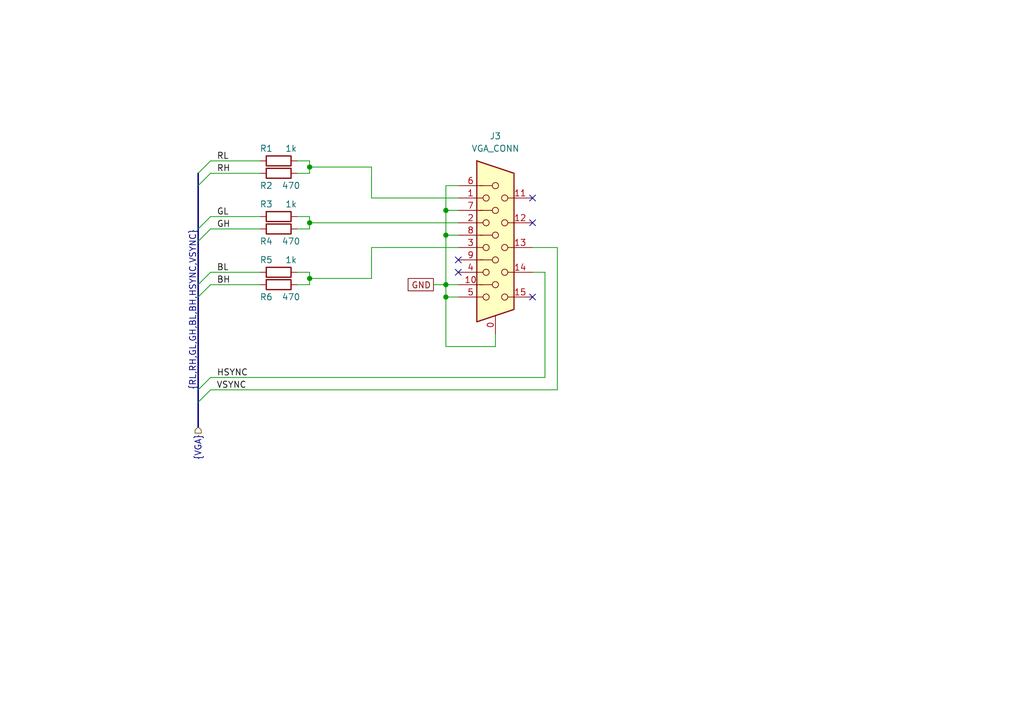
<source format=kicad_sch>
(kicad_sch (version 20231120) (generator "eeschema") (generator_version "8.0")
  (paper "A5")
  (title_block (title "VGA driver video output") (date "2024-03-23") (rev "1"))
  (lib_symbols
    (symbol "Connector:DE15_Receptacle_HighDensity_MountingHoles" (pin_names (offset 1.016) hide)
      (property "Reference" "J" (at 0 21.59 0))
      (property "Value" "DE15_Receptacle_HighDensity_MountingHoles" (at 0 19.05 0))
      (symbol "DE15_Receptacle_HighDensity_MountingHoles_0_1"
        (circle (center -1.905 -10.16) (radius 0.635))
        (circle (center -1.905 -5.08) (radius 0.635))
        (circle (center -1.905 0) (radius 0.635))
        (circle (center -1.905 5.08) (radius 0.635))
        (circle (center -1.905 10.16) (radius 0.635))
        (circle (center 0 -7.62) (radius 0.635))
        (circle (center 0 -2.54) (radius 0.635))
        (polyline (pts (xy -3.175 7.62) (xy -0.635 7.62)))
        (polyline (pts (xy -0.635 -7.62) (xy -3.175 -7.62)))
        (polyline (pts (xy -0.635 -2.54) (xy -3.175 -2.54)))
        (polyline (pts (xy -0.635 2.54) (xy -3.175 2.54)))
        (polyline (pts (xy -0.635 12.7) (xy -3.175 12.7)))
        (polyline (pts (xy -3.81 17.78) (xy -3.81 -15.24) (xy 3.81 -12.7) (xy 3.81 15.24) (xy -3.81 17.78)) (stroke (width 0.254)) (fill (type background)))
        (circle (center 0 2.54) (radius 0.635))
        (circle (center 0 7.62) (radius 0.635))
        (circle (center 0 12.7) (radius 0.635))
        (circle (center 1.905 -10.16) (radius 0.635))
        (circle (center 1.905 -5.08) (radius 0.635))
        (circle (center 1.905 0) (radius 0.635))
        (circle (center 1.905 5.08) (radius 0.635))
        (circle (center 1.905 10.16) (radius 0.635))
      )
      (symbol "DE15_Receptacle_HighDensity_MountingHoles_1_1"
        (pin passive line (at 0 -17.78 90) (length 3.81) (name "~") (number "0"))
        (pin passive line (at -7.62 10.16 0) (length 5.08) (name "~") (number "1"))
        (pin passive line (at -7.62 -7.62 0) (length 5.08) (name "~") (number "10"))
        (pin passive line (at 7.62 10.16 180) (length 5.08) (name "~") (number "11"))
        (pin passive line (at 7.62 5.08 180) (length 5.08) (name "~") (number "12"))
        (pin passive line (at 7.62 0 180) (length 5.08) (name "~") (number "13"))
        (pin passive line (at 7.62 -5.08 180) (length 5.08) (name "~") (number "14"))
        (pin passive line (at 7.62 -10.16 180) (length 5.08) (name "~") (number "15"))
        (pin passive line (at -7.62 5.08 0) (length 5.08) (name "~") (number "2"))
        (pin passive line (at -7.62 0 0) (length 5.08) (name "~") (number "3"))
        (pin passive line (at -7.62 -5.08 0) (length 5.08) (name "~") (number "4"))
        (pin passive line (at -7.62 -10.16 0) (length 5.08) (name "~") (number "5"))
        (pin passive line (at -7.62 12.7 0) (length 5.08) (name "~") (number "6"))
        (pin passive line (at -7.62 7.62 0) (length 5.08) (name "~") (number "7"))
        (pin passive line (at -7.62 2.54 0) (length 5.08) (name "~") (number "8"))
        (pin passive line (at -7.62 -2.54 0) (length 5.08) (name "~") (number "9"))
      )
    )
    (symbol "Device:R" (pin_numbers hide) (pin_names (offset 0))
      (property "Reference" "R" (at 2.032 0 90))
      (property "Value" "R" (at 0 0 90))
      (symbol "R_0_1"
        (rectangle (start -1.016 -2.54) (end 1.016 2.54) (stroke (width 0.254)))
      )
      (symbol "R_1_1"
        (pin passive line (at 0 3.81 270) (length 1.27) (name "~") (number "1"))
        (pin passive line (at 0 -3.81 90) (length 1.27) (name "~") (number "2"))
      )
    )
  )
  (bus_alias "VGA" (members "RL" "RH" "GL" "GH" "BL" "BH" "HSYNC" "VSYNC"))
  (junction (at 91.44 43.18))
  (junction (at 91.44 58.42))
  (junction (at 91.44 48.26))
  (junction (at 63.5 57.15))
  (junction (at 63.5 34.29))
  (junction (at 91.44 60.96))
  (junction (at 63.5 45.72))
  (no_connect (at 109.22 60.96))
  (no_connect (at 109.22 40.64))
  (no_connect (at 93.98 53.34))
  (no_connect (at 109.22 45.72))
  (no_connect (at 93.98 55.88))
  (bus_entry (at 40.64 35.56) (size 2.54 -2.54))
  (bus_entry (at 40.64 58.42) (size 2.54 -2.54))
  (bus_entry (at 40.64 46.99) (size 2.54 -2.54))
  (bus_entry (at 40.64 82.55) (size 2.54 -2.54))
  (bus_entry (at 40.64 38.1) (size 2.54 -2.54))
  (bus_entry (at 40.64 49.53) (size 2.54 -2.54))
  (bus_entry (at 40.64 60.96) (size 2.54 -2.54))
  (bus_entry (at 40.64 80.01) (size 2.54 -2.54))
  (wire (pts (xy 76.2 40.64) (xy 76.2 34.29)))
  (wire (pts (xy 43.18 80.01) (xy 114.3 80.01)))
  (wire (pts (xy 63.5 58.42) (xy 63.5 57.15)))
  (bus (pts (xy 40.64 38.1) (xy 40.64 46.99)))
  (wire (pts (xy 109.22 50.8) (xy 114.3 50.8)))
  (wire (pts (xy 43.18 58.42) (xy 53.34 58.42)))
  (wire (pts (xy 60.96 46.99) (xy 63.5 46.99)))
  (bus (pts (xy 40.64 80.01) (xy 40.64 82.55)))
  (bus (pts (xy 40.64 46.99) (xy 40.64 49.53)))
  (wire (pts (xy 63.5 57.15) (xy 76.2 57.15)))
  (wire (pts (xy 88.9 58.42) (xy 91.44 58.42)))
  (wire (pts (xy 60.96 35.56) (xy 63.5 35.56)))
  (wire (pts (xy 76.2 57.15) (xy 76.2 50.8)))
  (bus (pts (xy 40.64 35.56) (xy 40.64 38.1)))
  (wire (pts (xy 43.18 46.99) (xy 53.34 46.99)))
  (wire (pts (xy 76.2 50.8) (xy 93.98 50.8)))
  (wire (pts (xy 63.5 46.99) (xy 63.5 45.72)))
  (wire (pts (xy 101.6 71.12) (xy 91.44 71.12)))
  (wire (pts (xy 91.44 71.12) (xy 91.44 60.96)))
  (wire (pts (xy 63.5 35.56) (xy 63.5 34.29)))
  (wire (pts (xy 91.44 48.26) (xy 93.98 48.26)))
  (bus (pts (xy 40.64 49.53) (xy 40.64 58.42)))
  (bus (pts (xy 40.64 58.42) (xy 40.64 60.96)))
  (wire (pts (xy 60.96 58.42) (xy 63.5 58.42)))
  (wire (pts (xy 43.18 55.88) (xy 53.34 55.88)))
  (wire (pts (xy 43.18 77.47) (xy 111.76 77.47)))
  (wire (pts (xy 93.98 60.96) (xy 91.44 60.96)))
  (wire (pts (xy 63.5 44.45) (xy 60.96 44.45)))
  (wire (pts (xy 63.5 57.15) (xy 63.5 55.88)))
  (bus (pts (xy 40.64 82.55) (xy 40.64 87.63)))
  (wire (pts (xy 114.3 50.8) (xy 114.3 80.01)))
  (wire (pts (xy 63.5 45.72) (xy 93.98 45.72)))
  (wire (pts (xy 63.5 34.29) (xy 76.2 34.29)))
  (wire (pts (xy 101.6 68.58) (xy 101.6 71.12)))
  (wire (pts (xy 91.44 38.1) (xy 91.44 43.18)))
  (wire (pts (xy 93.98 38.1) (xy 91.44 38.1)))
  (wire (pts (xy 109.22 55.88) (xy 111.76 55.88)))
  (wire (pts (xy 63.5 34.29) (xy 63.5 33.02)))
  (bus (pts (xy 40.64 60.96) (xy 40.64 80.01)))
  (wire (pts (xy 91.44 48.26) (xy 91.44 58.42)))
  (wire (pts (xy 43.18 35.56) (xy 53.34 35.56)))
  (wire (pts (xy 91.44 43.18) (xy 93.98 43.18)))
  (wire (pts (xy 63.5 45.72) (xy 63.5 44.45)))
  (wire (pts (xy 43.18 33.02) (xy 53.34 33.02)))
  (wire (pts (xy 91.44 58.42) (xy 93.98 58.42)))
  (wire (pts (xy 63.5 33.02) (xy 60.96 33.02)))
  (wire (pts (xy 111.76 77.47) (xy 111.76 55.88)))
  (wire (pts (xy 91.44 43.18) (xy 91.44 48.26)))
  (wire (pts (xy 91.44 60.96) (xy 91.44 58.42)))
  (wire (pts (xy 63.5 55.88) (xy 60.96 55.88)))
  (wire (pts (xy 76.2 40.64) (xy 93.98 40.64)))
  (wire (pts (xy 43.18 44.45) (xy 53.34 44.45)))
  (label "RH" (at 44.45 35.56 0))
  (label "BL" (at 44.45 55.88 0))
  (label "HSYNC" (at 44.45 77.47 0))
  (label "VSYNC" (at 44.3801 80.01 0))
  (label "GH" (at 44.45 46.99 0))
  (label "RL" (at 44.45 33.02 0))
  (label "GL" (at 44.45 44.45 0))
  (label "BH" (at 44.45 58.42 0))
  (label "{RL,RH,GL,GH,BL,BH,HSYNC,VSYNC}" (at 40.64 80.01 90))
  (global_label "GND" (shape passive) (at 88.9 58.42 180) (property "Intersheetrefs" "${INTERSHEET_REFS}" (effects (hide yes))))
  (hierarchical_label "{VGA}" (shape input) (at 40.64 87.63 270))
  (symbol (lib_id "Device:R") (at 57.15 44.45 90) (unit 1)
    (property "Reference" "R3" (at 54.61 41.91 90))
    (property "Value" "1k" (at 59.69 41.91 90))
    (property "Footprint" "Resistor_SMD:R_0805_2012Metric_Pad1.20x1.40mm_HandSolder" (effects (hide yes)))
  )
  (symbol (lib_id "Device:R") (at 57.15 55.88 90) (unit 1)
    (property "Reference" "R5" (at 54.61 53.34 90))
    (property "Value" "1k" (at 59.69 53.34 90))
    (property "Footprint" "Resistor_SMD:R_0805_2012Metric_Pad1.20x1.40mm_HandSolder" (effects (hide yes)))
  )
  (symbol (lib_id "Device:R") (at 57.15 35.56 90) (unit 1)
    (property "Reference" "R2" (at 54.61 38.1 90))
    (property "Value" "470" (at 59.69 38.1 90))
    (property "Footprint" "Resistor_SMD:R_0805_2012Metric_Pad1.20x1.40mm_HandSolder" (effects (hide yes)))
  )
  (symbol (lib_id "Device:R") (at 57.15 33.02 90) (unit 1)
    (property "Reference" "R1" (at 54.61 30.48 90))
    (property "Value" "1k" (at 59.69 30.48 90))
    (property "Footprint" "Resistor_SMD:R_0805_2012Metric_Pad1.20x1.40mm_HandSolder" (effects (hide yes)))
  )
  (symbol (lib_id "Connector:DE15_Receptacle_HighDensity_MountingHoles") (at 101.6 50.8 0) (unit 1)
    (property "Reference" "J3" (at 101.6 27.94 0))
    (property "Value" "VGA_CONN" (at 101.6 30.48 0))
    (property "Footprint" "L77HDE15SD1CH4FVGA:L77HDE15SD1CH4FVGA" (effects (hide yes)))
    (property "Datasheet" " ~" (effects (hide yes)))
  )
  (symbol (lib_id "Device:R") (at 57.15 58.42 90) (unit 1)
    (property "Reference" "R6" (at 54.61 60.96 90))
    (property "Value" "470" (at 59.69 60.96 90))
    (property "Footprint" "Resistor_SMD:R_0805_2012Metric_Pad1.20x1.40mm_HandSolder" (effects (hide yes)))
  )
  (symbol (lib_id "Device:R") (at 57.15 46.99 90) (unit 1)
    (property "Reference" "R4" (at 54.61 49.53 90))
    (property "Value" "470" (at 59.69 49.53 90))
    (property "Footprint" "Resistor_SMD:R_0805_2012Metric_Pad1.20x1.40mm_HandSolder" (effects (hide yes)))
  )
)
</source>
